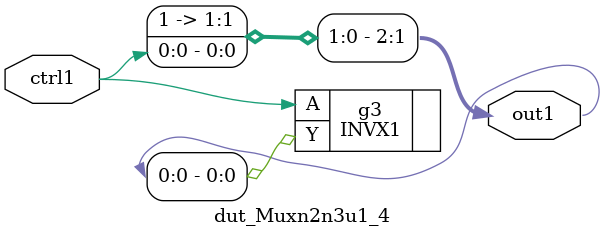
<source format=v>
`timescale 1ps / 1ps


module dut_Muxn2n3u1_4(ctrl1, out1);
  input ctrl1;
  output [2:0] out1;
  wire ctrl1;
  wire [2:0] out1;
  assign out1[1] = ctrl1;
  assign out1[2] = 1'b1;
  INVX1 g3(.A (ctrl1), .Y (out1[0]));
endmodule


</source>
